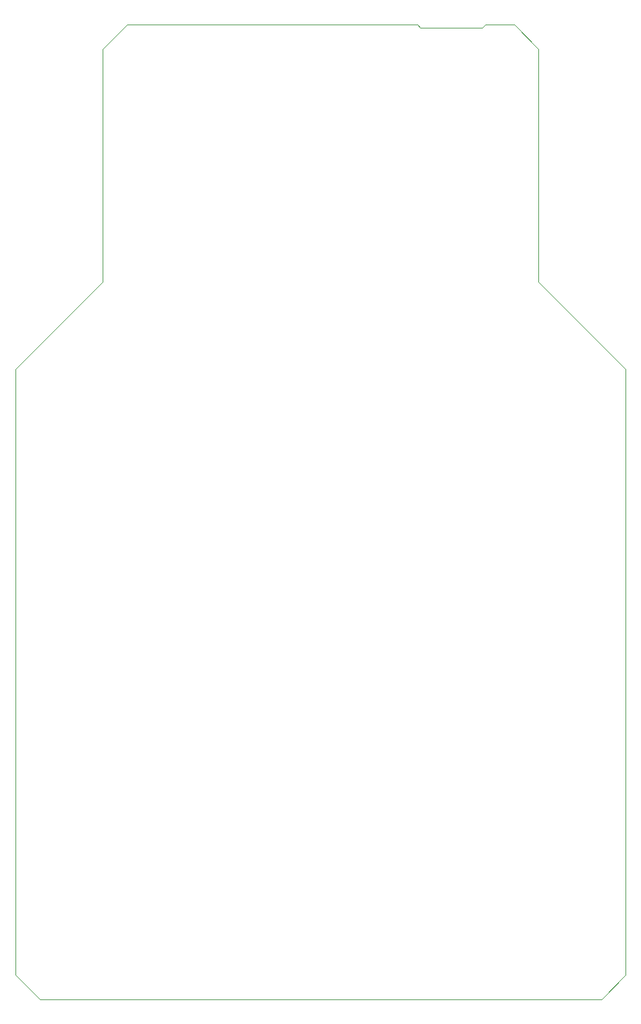
<source format=gbr>
G04 #@! TF.GenerationSoftware,KiCad,Pcbnew,(5.1.5-0-10_14)*
G04 #@! TF.CreationDate,2020-07-04T20:20:26+02:00*
G04 #@! TF.ProjectId,controller,636f6e74-726f-46c6-9c65-722e6b696361,rev?*
G04 #@! TF.SameCoordinates,Original*
G04 #@! TF.FileFunction,Profile,NP*
%FSLAX46Y46*%
G04 Gerber Fmt 4.6, Leading zero omitted, Abs format (unit mm)*
G04 Created by KiCad (PCBNEW (5.1.5-0-10_14)) date 2020-07-04 20:20:26*
%MOMM*%
%LPD*%
G04 APERTURE LIST*
%ADD10C,0.100000*%
G04 APERTURE END LIST*
D10*
X166370000Y-177165000D02*
X169545000Y-173990000D01*
X154940000Y-49530000D02*
X158115000Y-52705000D01*
X100965000Y-52705000D02*
X104140000Y-49530000D01*
X89535000Y-173990000D02*
X89535000Y-94615000D01*
X158115000Y-83185000D02*
X169545000Y-94615000D01*
X158115000Y-52705000D02*
X158115000Y-83185000D01*
X151130000Y-49530000D02*
X154940000Y-49530000D01*
X150749000Y-49911000D02*
X151130000Y-49530000D01*
X142621000Y-49911000D02*
X150749000Y-49911000D01*
X142240000Y-49530000D02*
X142621000Y-49911000D01*
X104140000Y-49530000D02*
X142240000Y-49530000D01*
X100965000Y-83185000D02*
X100965000Y-52705000D01*
X89535000Y-94615000D02*
X100965000Y-83185000D01*
X92710000Y-177165000D02*
X166370000Y-177165000D01*
X92710000Y-177165000D02*
X89535000Y-173990000D01*
X169545000Y-94615000D02*
X169545000Y-173990000D01*
M02*

</source>
